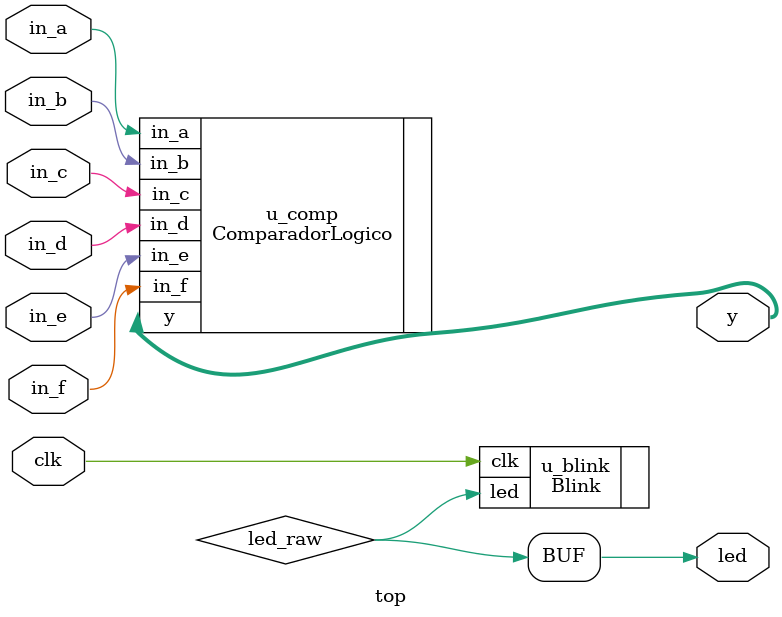
<source format=sv>
module top #(
    parameter bit          ACTIVE_LOW      = 0,          // entradas do comparador
    parameter bit          ACTIVE_LOW_LED  = 0,          // 1 se LED físico for ativo-baixo
    parameter int unsigned F_CLK_HZ        = 25_000_000, // Blink
    parameter int unsigned ON_MS           = 250,
    parameter int unsigned OFF_MS          = 250
)(
    input  logic clk,
    input  logic in_a, in_b, in_c, in_d, in_e, in_f,
    output logic led,
    output logic [11:0] y
);
    // Comparador → y (sem clk/led)
    ComparadorLogico #(.ACTIVE_LOW(ACTIVE_LOW)) u_comp (
        .in_a(in_a), .in_b(in_b), .in_c(in_c),
        .in_d(in_d), .in_e(in_e), .in_f(in_f),
        .y   (y)
    );

    // Blink → led
    logic led_raw;
    Blink #(
        .F_CLK_HZ(F_CLK_HZ), .ON_MS(ON_MS), .OFF_MS(OFF_MS)
    ) u_blink (
        .clk (clk),
        .led (led_raw)
    );

    // Ajuste de polaridade do LED físico
    assign led = (ACTIVE_LOW_LED) ? ~led_raw : led_raw;
endmodule

</source>
